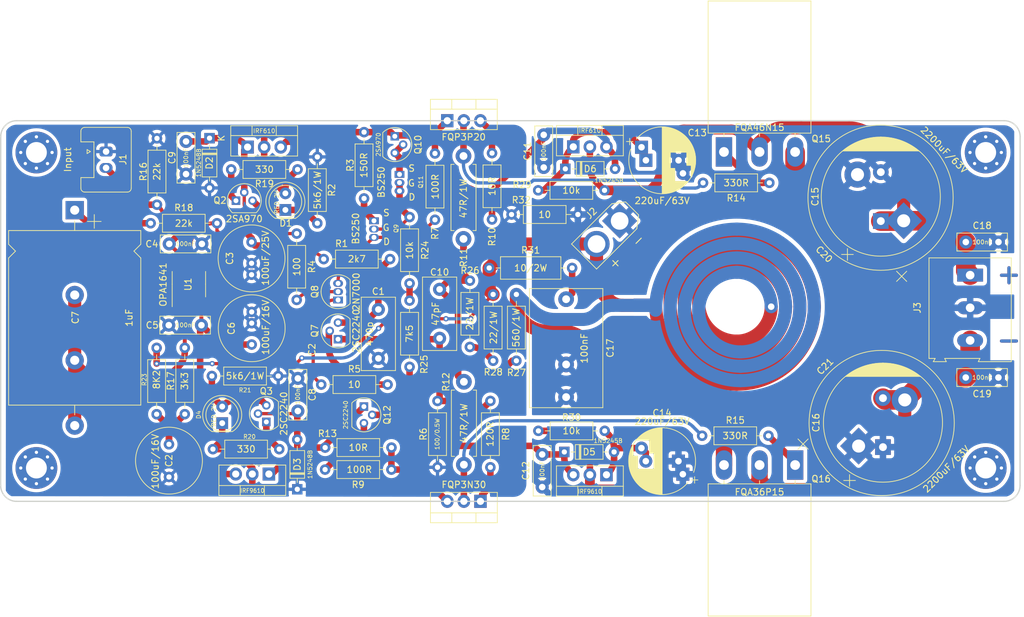
<source format=kicad_pcb>
(kicad_pcb (version 20210424) (generator pcbnew)
  (title_block (title "QUAD405 Reborn") (date "2021-04-15") (rev "17"))
  (layers (0 "F.Cu" signal) (31 "B.Cu" signal) (34 "B.Paste" user) (35 "F.Paste" user) (36 "B.SilkS" user "B.Silkscreen") (37 "F.SilkS" user "F.Silkscreen") (38 "B.Mask" user) (39 "F.Mask" user) (44 "Edge.Cuts" user))
  (net 0 "")
  (net 1 "GND")
  (net 2 "Net-(C1-Pad1)")
  (net 3 "Net-(C2-Pad1)")
  (net 4 "Net-(C3-Pad1)")
  (net 5 "Net-(C5-Pad2)")
  (net 6 "Net-(C7-Pad1)")
  (net 7 "Net-(C7-Pad2)")
  (net 8 "Net-(C8-Pad2)")
  (net 9 "Net-(C9-Pad2)")
  (net 10 "Net-(C10-Pad2)")
  (net 11 "Net-(C10-Pad1)")
  (net 12 "Net-(C11-Pad2)")
  (net 13 "GNDPWR")
  (net 14 "Net-(C12-Pad2)")
  (net 15 "Net-(C13-Pad1)")
  (net 16 "Net-(C14-Pad2)")
  (net 17 "Net-(C15-Pad1)")
  (net 18 "Net-(C16-Pad2)")
  (net 19 "Net-(C17-Pad1)")
  (net 20 "Net-(D1-Pad1)")
  (net 21 "Net-(D4-Pad2)")
  (net 22 "Net-(L1-Pad2)")
  (net 23 "Net-(J2-Pad2)")
  (net 24 "Net-(Q2-Pad1)")
  (net 25 "Net-(Q3-Pad1)")
  (net 26 "Net-(Q8-Pad2)")
  (net 27 "Net-(Q5-Pad3)")
  (net 28 "Net-(Q5-Pad2)")
  (net 29 "Net-(Q5-Pad1)")
  (net 30 "Net-(Q6-Pad3)")
  (net 31 "Net-(Q6-Pad2)")
  (net 32 "Net-(Q6-Pad1)")
  (net 33 "Net-(Q15-Pad1)")
  (net 34 "Net-(Q16-Pad1)")
  (net 35 "Net-(R1-Pad1)")
  (net 36 "Net-(J1-Pad2)")
  (net 37 "Net-(R24-Pad2)")
  (net 38 "Net-(R26-Pad2)")
  (net 39 "Net-(Q8-Pad1)")
  (net 40 "Net-(Q7-Pad2)")
  (net 41 "Net-(Q10-Pad2)")
  (net 42 "Net-(Q12-Pad2)")
  (net 43 "Net-(Q12-Pad3)")
  (net 44 "Net-(Q8-Pad3)")
  (net 45 "Net-(Q11-Pad2)")
  (net 46 "Net-(Q9-Pad1)")
  (footprint "Resistor_THT:R_Axial_DIN0411_L9.9mm_D3.6mm_P12.70mm_Horizontal" (layer "F.Cu") (at 144.47 107.56 -90)
    (fp_text reference "R12")
    (fp_text value "47R/1W")
  )
  (footprint "MountingHole:MountingHole_3.2mm_M3_Pad_Via" (layer "F.Cu") (at 78.994 120.77)
    (fp_text reference "H1" hide)
    (fp_text value "MountingHole" hide)
  )
  (footprint "MountingHole:MountingHole_3.2mm_M3_Pad_Via" (layer "F.Cu") (at 224.392781 72.44)
    (fp_text reference "H1" hide)
    (fp_text value "MountingHole" hide)
  )
  (footprint "Resistor_THT:R_Axial_DIN0207_L6.3mm_D2.5mm_P10.16mm_Horizontal" (layer "F.Cu") (at 166.01 78.24 180)
    (fp_text reference "R29")
    (fp_text value "10k")
  )
  (footprint "Package_TO_SOT_THT:TO-220-3_Vertical" (layer "F.Cu") (at 111.34 71.615)
    (fp_text reference "Q1" hide)
    (fp_text value "IRF610")
  )
  (footprint "Resistor_THT:R_Axial_DIN0207_L6.3mm_D2.5mm_P10.16mm_Horizontal" (layer "F.Cu") (at 152.51 104.34 90)
    (fp_text reference "R27")
    (fp_text value "560/1W")
  )
  (footprint "Capacitor_THT:C_Disc_D7.5mm_W2.5mm_P5.00mm" (layer "F.Cu") (at 101.91 75.75 90)
    (fp_text reference "C9")
    (fp_text value "100nF")
  )
  (footprint "Resistor_THT:R_Axial_DIN0207_L6.3mm_D2.5mm_P10.16mm_Horizontal" (layer "F.Cu") (at 148.53 110.5 -90)
    (fp_text reference "R8")
    (fp_text value "120R")
  )
  (footprint "Package_TO_SOT_THT:TO-220-3_Vertical" (layer "F.Cu") (at 166.310083 121.805 180)
    (fp_text reference "Q14" hide)
    (fp_text value "IRF9610")
  )
  (footprint "Resistor_THT:R_Axial_DIN0207_L6.3mm_D2.5mm_P10.16mm_Horizontal" (layer "F.Cu") (at 140.04 82.75 90)
    (fp_text reference "R7")
    (fp_text value "100R")
  )
  (footprint "Resistor_THT:R_Axial_DIN0207_L6.3mm_D2.5mm_P10.16mm_Horizontal" (layer "F.Cu") (at 145.39 92.07 -90)
    (fp_text reference "R26")
    (fp_text value "22/1W")
  )
  (footprint "Resistor_THT:R_Axial_DIN0207_L6.3mm_D2.5mm_P10.16mm_Horizontal" (layer "F.Cu") (at 148.78 82.7 90)
    (fp_text reference "R10")
    (fp_text value "10R")
  )
  (footprint "Capacitor_THT:CP_Radial_D10.0mm_P5.00mm_P7.50mm" (layer "F.Cu") (at 172.35 73.64)
    (fp_text reference "C13")
    (fp_text value "220uF/63V")
  )
  (footprint "Package_TO_SOT_THT:TO-220-3_Vertical" (layer "F.Cu") (at 141.924 67.57)
    (fp_text reference "Q5" hide)
    (fp_text value "FQP3P20")
  )
  (footprint "MountingHole:MountingHole_3.2mm_M3_Pad_Via" (layer "F.Cu") (at 224.402781 120.77)
    (fp_text reference "H1" hide)
    (fp_text value "MountingHole" hide)
  )
  (footprint "Diode_THT:D_DO-35_SOD27_P7.62mm_Horizontal" (layer "F.Cu") (at 159.855406 118.31)
    (fp_text reference "D5")
    (fp_text value "1N5245B")
  )
  (footprint "Capacitor_THT:C_Disc_D11.0mm_W5.0mm_P7.50mm" (layer "F.Cu") (at 131.37 96.48 -90)
    (fp_text reference "C1")
    (fp_text value "470p")
  )
  (footprint "Package_TO_SOT_THT:TO-220-3_Vertical" (layer "F.Cu") (at 161.23 71.575)
    (fp_text reference "Q13" hide)
    (fp_text value "IRF610")
  )
  (footprint "Package_TO_SOT_THT:TO-92" (layer "F.Cu") (at 133.89 69.96 -90)
    (fp_text reference "Q10")
    (fp_text value "2SA970")
  )
  (footprint "Resistor_THT:R_Axial_DIN0207_L6.3mm_D2.5mm_P10.16mm_Horizontal" (layer "F.Cu") (at 122.62 107.99)
    (fp_text reference "R5")
    (fp_text value "10")
  )
  (footprint "Resistor_THT:R_Axial_DIN0207_L6.3mm_D2.5mm_P10.16mm_Horizontal" (layer "F.Cu") (at 96.49 83.28)
    (fp_text reference "R18")
    (fp_text value "22k")
  )
  (footprint "Connector_AMASS:AMASS_XT30U-F_1x02_P5.0mm_Vertical" (layer "F.Cu") (at 168.327387 82.922614 -135)
    (fp_text reference "J2")
    (fp_text value "Screw_Terminal_01x02" hide)
  )
  (footprint "Resistor_THT:R_Axial_DIN0207_L6.3mm_D2.5mm_P10.16mm_Horizontal" (layer "F.Cu") (at 136.15 82.33 -90)
    (fp_text reference "R24")
    (fp_text value "10k")
  )
  (footprint "Diode_THT:D_DO-35_SOD27_P7.62mm_Horizontal" (layer "F.Cu") (at 160.01 74.95)
    (fp_text reference "D6")
    (fp_text value "1N5245B")
  )
  (footprint "Resistor_THT:R_Axial_DIN0207_L6.3mm_D2.5mm_P10.16mm_Horizontal" (layer "F.Cu") (at 97.41 112.53 90)
    (fp_text reference "R23")
    (fp_text value "8K2")
  )
  (footprint "Capacitor_THT:C_Disc_D7.5mm_W2.5mm_P5.00mm" (layer "F.Cu") (at 226.352781 86.16 180)
    (fp_text reference "C18")
    (fp_text value "100nF")
  )
  (footprint "Package_TO_SOT_THT:TO-92" (layer "F.Cu") (at 129.1575 111.36 -90)
    (fp_text reference "Q12")
    (fp_text value "2SC2240")
  )
  (footprint "Resistor_THT:R_Axial_DIN0207_L6.3mm_D2.5mm_P10.16mm_Horizontal" (layer "F.Cu") (at 133.38 117.64 180)
    (fp_text reference "R13")
    (fp_text value "10R")
  )
  (footprint "Resistor_THT:R_Axial_DIN0207_L6.3mm_D2.5mm_P10.16mm_Horizontal" (layer "F.Cu") (at 101.72 112.52 90)
    (fp_text reference "R17")
    (fp_text value "3k3")
  )
  (footprint "Capacitor_THT:C_Disc_D7.5mm_W2.5mm_P5.00mm" (layer "F.Cu") (at 156.7 74.74 90)
    (fp_text reference "C11")
    (fp_text value "100nF")
  )
  (footprint "L:L_new" (layer "F.Cu") (at 186.24 96.06 180)
    (fp_text reference "L1" hide)
    (fp_text value "1u2" hide)
  )
  (footprint "LED_THT:LED_D5.0mm_Clear" (layer "F.Cu") (at 117.13 81.24 90)
    (fp_text reference "D1")
    (fp_text value "RED 2V")
  )
  (footprint "Resistor_THT:R_Axial_DIN0207_L6.3mm_D2.5mm_P10.16mm_Horizontal" (layer "F.Cu") (at 136.15 95.12 -90)
    (fp_text reference "R25")
    (fp_text value "7k5")
  )
  (footprint "Package_TO_SOT_THT:TO-92L_Inline" (layer "F.Cu") (at 134.61 75.79 -90)
    (fp_text reference "Q11")
    (fp_text value "BS250")
  )
  (footprint "Resistor_THT:R_Axial_DIN0207_L6.3mm_D2.5mm_P10.16mm_Horizontal" (layer "F.Cu") (at 105.872437 106.68)
    (fp_text reference "R21")
    (fp_text value "5k6/1W")
  )
  (footprint "MountingHole:MountingHole_3.2mm_M3_Pad_Via" (layer "F.Cu") (at 78.994 72.44)
    (fp_text reference "H1" hide)
    (fp_text value "MountingHole" hide)
  )
  (footprint "Capacitor_THT:C_Radial_D10.0mm_H12.5mm_P5.00mm" (layer "F.Cu") (at 99.3 117.14 -90)
    (fp_text reference "C2")
    (fp_text value "100uF/16V")
  )
  (footprint "Diode_THT:D_DO-35_SOD27_P7.62mm_Horizontal" (layer "F.Cu") (at 118.95 124.03 90)
    (fp_text reference "D3")
    (fp_text value "1N5248B")
  )
  (footprint "Resistor_THT:R_Axial_DIN0207_L6.3mm_D2.5mm_P10.16mm_Horizontal" (layer "F.Cu") (at 181.1 77.09)
    (fp_text reference "R14")
    (fp_text value "330R")
  )
  (footprint "Package_TO_SOT_THT:TO-92L_Inline" (layer "F.Cu") (at 130.7 82.9 -90)
    (fp_text reference "Q9")
    (fp_text value "BS250")
  )
  (footprint "Package_TO_SOT_THT:TO-92" (layer "F.Cu") (at 109.56 79.82)
    (fp_text reference "Q2")
    (fp_text value "2SA970")
  )
  (footprint "Capacitor_THT:CP_Radial_D18.0mm_P7.50mm" (layer "F.Cu") (at 208.66 117.57 90)
    (fp_text reference "C16")
    (fp_text value "2200uF/63V" hide)
  )
  (footprint "Capacitor_THT:CP_Radial_D22.0mm_P10.00mm_SnapIn" (layer "F.Cu") (at 211.83 82.9 135)
    (fp_text reference "C20")
    (fp_text value "2200uF/63V")
  )
  (footprint "Capacitor_THT:CP_Axial_L26.5mm_D20.0mm_P33.00mm_Horizontal" (layer "F.Cu") (at 84.859563 81.27 -90)
    (fp_text reference "C7")
    (fp_text value "1uF")
  )
  (footprint "Package_TO_SOT_THT:TO-220-3_Vertical" (layer "F.Cu") (at 147.01 125.875 180)
    (fp_text reference "Q6" hide)
    (fp_text value "FQP3N30")
  )
  (footprint "Capacitor_THT:C_Disc_D11.0mm_W5.0mm_P7.50mm" (layer "F.Cu") (at 140.75 93.4 -90)
    (fp_text reference "C10")
    (fp_text value "47pF")
  )
  (footprint "Resistor_THT:R_Axial_DIN0207_L6.3mm_D2.5mm_P10.16mm_Horizontal" (layer "F.Cu") (at 122.02 83.28 90)
    (fp_text reference "R2")
    (fp_text value "5k6/1W")
  )
  (footprint "Package_TO_SOT_THT:TO-92" (layer "F.Cu") (at 125.1925 101.04 90)
    (fp_text reference "Q7")
    (fp_text value "2SC2240")
  )
  (footprint "Package_TO_SOT_THT:TO-92" (layer "F.Cu") (at 114.2125 113.71 90)
    (fp_text reference "Q3")
    (fp_text value "2SC2240")
  )
  (footprint "Resistor_THT:R_Axial_DIN0207_L6.3mm_D2.5mm_P10.16mm_Horizontal" (layer "F.Cu") (at 123.21 121.01)
    (fp_text reference "R9")
    (fp_text value "100R")
  )
  (footprint "Capacitor_THT:C_Rect_L18.0mm_W11.0mm_P15.00mm_FKS3_FKP3" (layer "F.Cu") (at 160.13 94.91 -90)
    (fp_text reference "C17")
    (fp_text value "100nF")
  )
  (footprint "Resistor_THT:R_Axial_DIN0207_L6.3mm_D2.5mm_P10.16mm_Horizontal" (layer "F.Cu") (at 148.95 104.34 90)
    (fp_text reference "R28")
    (fp_text value "22/1W")
  )
  (footprint "Package_SO:SOIC-8_3.9x4.9mm_P1.27mm" (layer "F.Cu") (at 102.354 92.612 90)
    (fp_text reference "U1")
    (fp_text value "OPA1641")
  )
  (footprint "Resistor_THT:R_Axial_DIN0207_L6.3mm_D2.5mm_P10.16mm_Horizontal" (layer "F.Cu") (at 118.86 84.86 -90)
    (fp_text reference "R4")
    (fp_text value "100")
  )
  (footprint "Resistor_THT:R_Axial_DIN0207_L6.3mm_D2.5mm_P10.16mm_Horizontal" (layer "F.Cu") (at 180.96 115.83)
    (fp_text reference "R15")
    (fp_text value "330R")
  )
  (footprint "TerminalBlock:TerminalBlock_Altech_AK300-3_P5.00mm" (layer "F.Cu") (at 222.012781 91.23 -90)
    (fp_text reference "J3")
    (fp_text value "Screw_Terminal_01x03" hide)
  )
  (footprint "Package_TO_SOT_THT:TO-220-3_Vertical" (layer "F.Cu") (at 114.602437 121.695 180)
    (fp_text reference "Q4" hide)
    (fp_text value "IRF9610")
  )
  (footprint "Resistor_THT:R_Axial_DIN0207_L6.3mm_D2.5mm_P10.16mm_Horizontal" (layer "F.Cu") (at 106.03 117.88)
    (fp_text reference "R20")
    (fp_text value "330")
  )
  (footprint "Package_TO_SOT_THT:TO-3P-3_Horizontal_TabDown" (layer "F.Cu") (at 184.306 72.36)
    (fp_text reference "Q15")
    (fp_text value "FQA46N15")
  )
  (footprint "Capacitor_THT:C_Radial_D10.0mm_H12.5mm_P5.00mm" (layer "F.Cu") (at 111.97 96.86 -90)
    (fp_text reference "C6")
    (fp_text value "100uF/16V")
  )
  (footprint "Capacitor_THT:C_Disc_D7.5mm_W2.5mm_P5.00mm" (layer "F.Cu") (at 104.34 86.444 180)
    (fp_text reference "C4")
    (fp_text value "100nF")
  )
  (footprint "Resistor_THT:R_Axial_DIN0411_L9.9mm_D3.6mm_P12.70mm_Horizontal" (layer "F.Cu") (at 144.41 72.98 -90)
    (fp_text reference "R11")
    (fp_text value "47R/1W")
  )
  (footprint "Connector_Stocko:Stocko_MKS_1651-6-0-202_1x2_P2.50mm_Vertical" (layer "F.Cu") (at 89.662 72.3 -90)
    (fp_text reference "J1")
    (fp_text value "Input")
  )
  (footprint "Resistor_THT:R_Axial_DIN0207_L6.3mm_D2.5mm_P10.16mm_Horizontal" (layer "F.Cu") (at 140.43 110.5 -90)
    (fp_text reference "R6")
    (fp_text value "100/0.5W")
  )
  (footprint "Resistor_THT:R_Axial_DIN0309_L9.0mm_D3.2mm_P12.70mm_Horizontal" (layer "F.Cu") (at 148.35 90.13)
    (fp_text reference "R31")
    (fp_text value "10/2W")
  )
  (footprint "Capacitor_THT:C_Disc_D7.5mm_W2.5mm_P5.00mm" (layer "F.Cu") (at 119.04 107.04 -90)
    (fp_text reference "C8")
    (fp_text value "100nF")
  )
  (footprint "Capacitor_THT:CP_Radial_D22.0mm_P10.00mm_SnapIn" (layer "F.Cu") (at 204.928932 117.408848 45)
    (fp_text reference "C21")
    (fp_text value "2200uF/63V")
  )
  (footprint "Capacitor_THT:C_Disc_D7.5mm_W2.5mm_P5.00mm" (layer "F.Cu") (at 156.462708 123.69 90)
    (fp_text reference "C12")
    (fp_text value "100nF")
  )
  (footprint "Capacitor_THT:C_Disc_D7.5mm_W2.5mm_P5.00mm" (layer "F.Cu") (at 221.342781 106.91)
    (fp_text reference "C19")
    (fp_text value "100nF")
  )
  (footprint "Capacitor_THT:C_Disc_D7.5mm_W2.5mm_P5.00mm" (layer "F.Cu") (at 99.27 98.89)
    (fp_text reference "C5")
    (fp_text value "100nF")
  )
  (footprint "Package_TO_SOT_THT:TO-92_Inline" (layer "F.Cu") (at 125.2 95.03 90)
    (fp_text reference "Q8")
    (fp_text value "2N7000")
  )
  (footprint "Resistor_THT:R_Axial_DIN0207_L6.3mm_D2.5mm_P10.16mm_Horizontal" (layer "F.Cu") (at 166.04 115.08 180)
    (fp_text reference "R30")
    (fp_text value "10k")
  )
  (footprint "Resistor_THT:R_Axial_DIN0207_L6.3mm_D2.5mm_P10.16mm_Horizontal" (layer "F.Cu") (at 151.77 81.94)
    (fp_text reference "R32")
    (fp_text value "10")
  )
  (footprint "Resistor_THT:R_Axial_DIN0207_L6.3mm_D2.5mm_P10.16mm_Horizontal" (layer "F.Cu") (at 123 88.77)
    (fp_text reference "R1")
    (fp_text value "2k7")
  )
  (footprint "Capacitor_THT:CP_Radial_D10.0mm_P5.00mm_P7.50mm" (layer "F.Cu") (at 177.335385 119.72 180)
    (fp_text reference "C14")
    (fp_text value "220uF/63V")
  )
  (footprint "LED_THT:LED_D5.0mm_Clear" (layer "F.Cu") (at 107.452437 113.9 90)
    (fp_text reference "D4")
    (fp_text value "RED 2V")
  )
  (footprint "Capacitor_THT:CP_Radial_D18.0mm_P7.50mm" (layer "F.Cu") (at 208.33 82.95 90)
    (fp_text reference "C15")
    (fp_text value "2200uF/63V" hide)
  )
  (footprint "Diode_THT:D_DO-35_SOD27_P7.62mm_Horizontal" (layer "F.Cu") (at 105.51 70.25 -90)
    (fp_text reference "D2")
    (fp_text value "1N5248B")
  )
  (footprint "Capacitor_THT:C_Radial_D10.0mm_H12.5mm_P5.00mm" (layer "F.Cu") (at 111.95 86.16 -90)
    (fp_text reference "C3")
    (fp_text value "100uF/25V")
  )
  (footprint "Resistor_THT:R_Axial_DIN0207_L6.3mm_D2.5mm_P10.16mm_Horizontal" (layer "F.Cu") (at 118.99 75.04 180)
    (fp_text reference "R19")
    (fp_text value "330")
  )
  (footprint "Resistor_THT:R_Axial_DIN0207_L6.3mm_D2.5mm_P10.16mm_Horizontal" (layer "F.Cu") (at 129.18 69.3225 -90)
    (fp_text reference "R3")
    (fp_text value "150R")
  )
  (footprint "Package_TO_SOT_THT:TO-3P-3_Horizontal_TabDown" (layer "F.Cu") (at 195.21 120.315 180)
    (fp_text reference "Q16")
    (fp_text value "FQA36P15")
  )
  (footprint "Resistor_THT:R_Axial_DIN0207_L6.3mm_D2.5mm_P10.16mm_Horizontal" (layer "F.Cu") (at 97.46 70.28 -90)
    (fp_text reference "R16")
    (fp_text value "22k")
  )
  (gr_line (start 75.98 67.57) (end 227.22 67.57) (layer "Edge.Cuts") (width 0.2))
  (gr_arc (start 227.22 70.019999) (end 227.22 67.57) (angle 90) (layer "Edge.Cuts") (width 0.2))
  (gr_line (start 229.67 70.02) (end 229.657588 123.427589) (layer "Edge.Cuts") (width 0.2))
  (gr_line (start 75.967588 125.877589) (end 227.207589 125.877588) (layer "Edge.Cuts") (width 0.2))
  (gr_arc (start 75.967588 123.427589) (end 75.967588 125.877589) (angle 90) (layer "Edge.Cuts") (width 0.2))
  (gr_line (start 73.53 70.02) (end 73.517588 123.427589) (layer "Edge.Cuts") (width 0.2))
  (gr_arc (start 227.207589 123.427589) (end 229.657588 123.427589) (angle 90) (layer "Edge.Cuts") (width 0.2))
  (gr_arc (start 75.979999 70.02) (end 73.53 70.02) (angle 90) (layer "Edge.Cuts") (width 0.2))
  (gr_text "QUAD405 Audiophile\nby Tiberiu Vicol" (at 78.59 97.45 90) (layer "F.Cu") (effects (font (size 1.5 1.5) (thickness 0.3))))
  (gr_text "-" (at 227.96 101.1) (layer "F.Cu") (effects (font (size 3 3) (thickness 0.5))))
  (gr_text "version 1.3" (at 90.09 96.74 90) (layer "F.Cu") (effects (font (size 1 1) (thickness 0.2))))
  (gr_text "+" (at 227.96 91.03) (layer "F.Cu") (effects (font (size 3 3) (thickness 0.5))))
  (gr_text "-" (at 227.96 101.1) (layer "B.Cu") (effects (font (size 3 3) (thickness 0.5))))
  (gr_text "+" (at 227.96 91.03) (layer "B.Cu") (effects (font (size 3 3) (thickness 0.5))))
  (gr_text "G" (at 132.56 83.95) (layer "F.SilkS") (effects (font (size 1 1))))
  (gr_text "D" (at 136.51 79.28) (layer "F.SilkS") (effects (font (size 1 1))))
  (gr_text "S" (at 136.47 74.87) (layer "F.SilkS") (effects (font (size 1 1))))
  (gr_text "G" (at 136.43 77.13) (layer "F.SilkS") (effects (font (size 1 1))))
  (gr_text "S" (at 132.6 81.69) (layer "F.SilkS") (effects (font (size 1 1))))
  (gr_text "D" (at 132.63 86.1) (layer "F.SilkS") (effects (font (size 1 1))))
  (segment (start 132.24868 89.68132) (end 133.16 88.77) (width 1) (layer "F.Cu") (net 2))
  (segment (start 125.1925 98.5) (end 128.107359 98.5) (width 1) (layer "F.Cu") (net 2))
  (segment (start 130.22868 97.62132) (end 131.37 96.48) (width 1) (layer "F.Cu") (net 2))
  (segment (start 131.37 96.48) (end 131.37 91.802641) (width 1) (layer "F.Cu") (net 2))
  (arc (start 128.107359 98.5) (mid 129.25541 98.271638) (end 130.22868 97.62132) (width 1) (layer "F.Cu") (net 2))
  (arc (start 132.24868 89.68132) (mid 131.598361 90.65459) (end 131.37 91.802641) (width 1) (layer "F.Cu") (net 2))
  (segment (start 99.885787 114.354213) (end 101.72 112.52) (width 1) (layer "F.Cu") (net 3))
  (segment (start 99.3 117.14) (end 99.3 115.768427) (width 1) (layer "F.Cu") (net 3))
  (segment (start 99.3 117.14) (end 99.3 115.248427) (width 1) (layer "F.Cu") (net 3))
  (segment (start 98.714213 113.834213) (end 97.41 112.53) (width 1) (layer "F.Cu") (net 3))
  (arc (start 99.3 115.248427) (mid 99.147759 114.48306) (end 98.714213 113.834213) (width 1) (layer "F.Cu") (net 3))
  (arc (start 99.885787 114.354213) (mid 99.452241 115.00306) (end 99.3 115.768427) (width 1) (layer "F.Cu") (net 3))
  (segment (start 101.719 90.137) (end 101.719 88.823) (width 0.6) (layer "F.Cu") (net 4))
  (segment (start 101.719 88.823) (end 99.34 86.444) (width 0.6) (layer "F.Cu") (net 4))
  (segment (start 107.426367 81.296051) (end 107.729726 81.442141) (width 1) (layer "F.Cu") (net 4))
  (segment (start 107.108558 81.184845) (end 107.426367 81.296051) (width 1) (layer "F.Cu") (net 4))
  (segment (start 99.34 86.444) (end 103.835321 81.948679) (width 1) (layer "F.Cu") (net 4))
  (segment (start 124.25132 71.86132) (end 124.058679 71.668679) (width 1) (layer "F.Cu") (net 4))
  (segment (start 107.729726 81.442141) (end 108.01482 81.621278) (width 1) (layer "F.Cu") (net 4))
  (segment (start 122.82868 85.81132) (end 124.251321 84.388679) (width 1) (layer "F.Cu") (net 4))
  (segment (start 112.48 86.69) (end 111.95 86.16) (width 1) (layer "F.Cu") (net 4))
  (segment (start 111.95 85.556458) (end 111.95 86.16) (width 1) (layer "F.Cu") (net 4))
  (segment (start 125.13 82.267359) (end 125.13 73.982641) (width 1) (layer "F.Cu") (net 4))
  (segment (start 106.445711 81.072223) (end 106.780297 81.109922) (width 1) (layer "F.Cu") (net 4))
  (segment (start 105.956641 81.07) (end 106.277359 81.07) (width 1) (layer "F.Cu") (net 4))
  (segment (start 106.277359 81.07) (end 106.445711 81.072223) (width 1) (layer "F.Cu") (net 4))
  (segment (start 108.01482 81.621278) (end 111.95 85.556458) (width 1) (layer "F.Cu") (net 4))
  (segment (start 121.937359 70.79) (end 117.245 70.79) (width 1) (layer "F.Cu") (net 4))
  (segment (start 117.245 70.79) (end 116.42 71.615) (width 1) (layer "F.Cu") (net 4))
  (segment (start 120.707359 86.69) (end 112.48 86.69) (width 1) (layer "F.Cu") (net 4))
  (segment (start 106.780297 81.109922) (end 107.108558 81.184845) (width 1) (layer "F.Cu") (net 4))
  (arc (start 124.25132 71.86132) (mid 124.901639 72.83459) (end 125.13 73.982641) (width 1) (layer "F.Cu") (net 4))
  (arc (start 103.835321 81.948679) (mid 104.808591 81.298361) (end 105.956641 81.07) (width 1) (layer "F.Cu") (net 4))
  (arc (start 120.707359 86.69) (mid 121.85541 86.461638) (end 122.82868 85.81132) (width 1) (layer "F.Cu") (net 4))
  (arc (start 124.058679 71.668679) (mid 123.085409 71.018361) (end 121.937359 70.79) (width 1) (layer "F.Cu") (net 4))
  (arc (start 124.251321 84.388679) (mid 124.901639 83.415409) (end 125.13 82.267359) (width 1) (layer "F.Cu") (net 4))
  (segment (start 105.82632 120.81632) (end 104.951105 119.941105) (width 1) (layer "F.Cu") (net 5))
  (segment (start 104.259 95.087) (end 104.259 98.879) (width 0.6) (layer "F.Cu") (net 5))
  (segment (start 108.482641 101.86) (end 111.97 101.86) (width 1) (layer "F.Cu") (net 5))
  (segment (start 106.36132 100.98132) (end 104.27 98.89) (width 1) (layer "F.Cu") (net 5))
  (segment (start 104.072426 117.819785) (end 104.072426 99.087574) (width 1) (layer "F.Cu") (net 5))
  (segment (start 109.522437 121.695) (end 107.947641 121.695) (width 1) (layer "F.Cu") (net 5))
  (segment (start 104.259 98.879) (end 104.27 98.89) (width 0.6) (layer "F.Cu") (net 5))
  (segment (start 104.072426 99.087574) (end 104.27 98.89) (width 1) (layer "F.Cu") (net 5))
  (arc (start 108.482641 101.86) (mid 107.33459 101.631638) (end 106.36132 100.98132) (width 1) (layer "F.Cu") (net 5))
  (arc (start 105.82632 120.81632) (mid 106.79959 121.466639) (end 107.947641 121.695) (width 1) (layer "F.Cu") (net 5))
  (arc (start 104.951105 119.941105) (mid 104.300787 118.967835) (end 104.072426 117.819785) (width 1) (layer "F.Cu") (net 5))
  (segment (start 88.112204 83.28) (end 96.49 83.28) (width 1) (layer "F.Cu") (net 6))
  (segment (start 84.859563 81.27) (end 85.990884 82.401321) (width 1) (layer "F.Cu") (net 6))
  (arc (start 88.112204 83.28) (mid 86.964154 83.051639) (end 85.990884 82.401321) (width 1) (layer "F.Cu") (net 6))
  (segment (start 88.992204 107.16) (end 97.567359 107.16) (width 1) (layer "F.Cu") (net 7))
  (segment (start 101.719 95.087) (end 101.719 102.359) (width 0.6) (layer "F.Cu") (net 7))
  (segment (start 84.859563 104.27) (end 86.870884 106.281321) (width 1) (layer "F.Cu") (net 7))
  (segment (start 99.68868 106.28132) (end 100.841321 105.128679) (width 1) (layer "F.Cu") (net 7))
  (segment (start 84.859563 104.27) (end 84.859563 114.27) (width 2) (layer "F.Cu") (net 7))
  (segment (start 101.719 102.359) (end 101.72 102.36) (width 0.6) (layer "F.Cu") (net 7))
  (segment (start 101.72 103.007359) (end 101.72 102.36) (width 1) (layer "F.Cu") (net 7))
  (segment (start 84.859563 94.27) (end 84.859563 104.27) (width 2) (layer "F.Cu") (net 7))
  (arc (start 88.992204 107.16) (mid 87.844154 106.931639) (end 86.870884 106.281321) (width 1) (layer "F.Cu") (net 7))
  (arc (start 97.567359 107.16) (mid 98.71541 106.931638) (end 99.68868 106.28132) (width 1) (layer "F.Cu") (net 7))
  (arc (start 100.841321 105.128679) (mid 101.491639 104.155409) (end 101.72 103.007359) (width 1) (layer "F.Cu") (net 7))
  (segment (start 118.64 112.44) (end 119.04 112.04) (width 0.5) (layer "F.Cu") (net 8))
  (segment (start 118.95 117.784017) (end 115.039017 121.695) (width 1) (layer "F.Cu") (net 8))
  (segment (start 118.95 112.13) (end 119.04 112.04) (width 1) (layer "F.Cu") (net 8))
  (segment (start 118.65 112.43) (end 119.04 112.04) (width 1) (layer "F.Cu") (net 8))
  (segment (start 118.95 116.41) (end 118.95 117.784017) (width 1) (layer "F.Cu") (net 8))
  (segment (start 118.95 116.41) (end 118.95 112.13) (width 1) (layer "F.Cu") (net 8))
  (segment (start 112.9425 112.44) (end 118.64 112.44) (width 0.5) (layer "F.Cu") (net 8))
  (segment (start 115.039017 121.695) (end 114.602437 121.695) (width 1) (layer "F.Cu") (net 8))
  (segment (start 110.83 72.125) (end 111.34 71.615) (width 1) (layer "F.Cu") (net 9))
  (segment (start 111.70868 82.36868) (end 113.321321 83.981321) (width 0.5) (layer "F.Cu") (net 9))
  (segment (start 101.91 70.75) (end 105.01 70.75) (width 1) (layer "F.Cu") (net 9))
  (segment (start 105.51 70.25) (end 108.732359 70.25) (width 1) (layer "F.Cu") (net 9))
  (segment (start 105.01 70.75) (end 105.51 70.25) (width 1) (layer "F.Cu") (net 9))
  (segment (start 110.85368 71.12868) (end 111.34 71.615) (width 1) (layer "F.Cu") (net 9))
  (segment (start 110.83 78.55) (end 110.83 72.125) (width 1) (layer "F.Cu") (net 9))
  (segment (start 110.83 78.55) (end 110.83 80.247359) (width 0.5) (layer "F.Cu") (net 9))
  (segment (start 115.442641 84.86) (end 118.86 84.86) (width 0.5) (layer "F.Cu") (net 9))
  (arc (start 111.70868 82.36868) (mid 111.058361 81.39541) (end 110.83 80.247359) (width 0.5) (layer "F.Cu") (net 9))
  (arc (start 113.321321 83.981321) (mid 114.294591 84.631639) (end 115.442641 84.86) (width 0.5) (layer "F.Cu") (net 9))
  (arc (start 108.732359 70.25) (mid 109.88041 70.478362) (end 110.85368 71.12868) (width 1) (layer "F.Cu") (net 9))
  (segment (start 151.88 104.34) (end 146.598679 109.621321) (width 1) (layer "F.Cu") (net 10))
  (segment (start 152.51 104.34) (end 151.88 104.34) (width 1) (layer "F.Cu") (net 10))
  (segment (start 144.477359 110.5) (end 140.43 110.5) (width 1) (layer "F.Cu") (net 10))
  (segment (start 140.75 110.18) (end 140.43 110.5) (width 1) (layer "F.Cu") (net 10))
  (segment (start 125.1925 101.04) (end 140.61 101.04) (width 1) (layer "F.Cu") (net 10))
  (segment (start 140.75 100.9) (end 140.75 110.18) (width 1) (layer "F.Cu") (net 10))
  (segment (start 140.61 101.04) (end 140.75 100.9) (width 1) (layer "F.Cu") (net 10))
  (arc (start 144.477359 110.5) (mid 145.625409 110.271639) (end 146.598679 109.621321) (width 1) (layer "F.Cu") (net 10))
  (segment (start 143.59 97.482641) (end 143.59 106.68) (width 1) (layer "F.Cu") (net 11))
  (segment (start 144.41 90.675786) (end 144.41 85.68) (width 1) (layer "F.Cu") (net 11))
  (segment (start 144.41 88.602) (end 144.41 85.68) (width 1) (layer "F.Cu") (net 11))
  (segment (start 140.75 93.4) (end 142.711321 95.361321) (width 1) (layer "F.Cu") (net 11))
  (segment (start 143.59 106.68) (end 144.47 107.56) (width 1) (layer "F.Cu") (net 11))
  (segment (start 141.787107 92.362893) (end 140.75 93.4) (width 1) (layer "F.Cu") (net 11))
  (segment (start 145.39 92.07) (end 142.494214 92.07) (width 1) (layer "F.Cu") (net 11))
  (segment (start 145.39 92.07) (end 144.702893 91.382893) (width 1) (layer "F.Cu") (net 11))
  (arc (start 144.702893 91.382893) (mid 144.48612 91.05847) (end 144.41 90.675786) (width 1) (layer "F.Cu") (net 11))
  (arc (start 143.59 97.482641) (mid 143.361639 96.334591) (end 142.711321 95.361321) (width 1) (layer "F.Cu") (net 11))
  (arc (start 141.787107 92.362893) (mid 142.11153 92.14612) (end 142.494214 92.07) (width 1) (layer "F.Cu") (net 11))
  (segment (start 114.941714 69.3225) (end 129.18 69.3225) (width 1) (layer "F.Cu") (net 12))
  (segment (start 166.75132 72.01632) (end 166.31 71.575) (width 1) (layer "F.Cu") (net 12))
  (segment (start 117.13 78.7) (end 117.13 78.142641) (width 1) (layer "F.Cu") (net 12))
  (segment (start 133.89 69.96) (end 134.019511 69.830489) (width 1) (layer "F.Cu") (net 12))
  (segment (start 113.88 71.615) (end 113.88 71.34622) (width 1) (layer "F.Cu") (net 12))
  (segment (start 114.172893 69.677107) (end 114.234607 69.615393) (width 1) (layer "F.Cu") (net 12))
  (segment (start 142.018427 77.795786) (end 144.393145 77.795786) (width 1) (layer "F.Cu") (net 12))
  (segment (start 134.019511 69.830489) (end 135.976275 69.830489) (width 1) (layer "F.Cu") (net 12))
  (segment (start 137.46 71.728427) (end 137.46 73.237359) (width 1) (layer "F.Cu") (net 12))
  (segment (start 114.75868 76.32868) (end 117.13 78.7) (width 1) (layer "F.Cu") (net 12))
  (segment (start 148.78 82.7) (end 148.78 80.94) (width 1) (layer "F.Cu") (net 12))
  (segment (start 138.33868 75.35868) (end 139.897107 76.917107) (width 1) (layer "F.Cu") (net 12))
  (segment (start 133.2525 69.3225) (end 133.89 69.96) (width 1) (layer "F.Cu") (net 12))
  (segment (start 148.78 79.486658) (end 148.76 79.466658) (width 1) (layer "F.Cu") (net 12))
  (segment (start 113.88 71.615) (end 113.88 74.207359) (width 1) (layer "F.Cu") (net 12))
  (segment (start 146.514466 78.674466) (end 148.78 80.94) (width 1) (layer "F.Cu") (net 12))
  (segment (start 156.7 70.284017) (end 149.638679 77.345338) (width 1) (layer "F.Cu") (net 12))
  (segment (start 167.63 74.95) (end 167.63 74.137641) (width 1) (layer "F.Cu") (net 12))
  (segment (start 156.7 69.74) (end 156.7 70.284017) (width 1) (layer "F.Cu") (net 12))
  (segment (start 118.00868 76.02132) (end 118.99 75.04) (width 1) (layer "F.Cu") (net 12))
  (segment (start 113.88 71.615) (end 113.88 70.384214) (width 1) (layer "F.Cu") (net 12))
  (segment (start 129.18 69.3225) (end 133.2525 69.3225) (width 1) (layer "F.Cu") (net 12))
  (segment (start 148.78 80.94) (end 148.78 79.486658) (width 1) (layer "F.Cu") (net 12))
  (segment (start 136.683382 70.123382) (end 136.874213 70.314213) (width 1) (layer "F.Cu") (net 12))
  (arc (start 136.874213 70.314213) (mid 137.307759 70.96306) (end 137.46 71.728427) (width 1) (layer "F.Cu") (net 12))
  (arc (start 114.941714 69.3225) (mid 114.559031 69.39862) (end 114.234607 69.615393) (width 1) (layer "F.Cu") (net 12))
  (arc (start 144.393145 77.795786) (mid 145.541196 78.024148) (end 146.514466 78.674466) (width 1) (layer "F.Cu") (net 12))
  (arc (start 166.75132 72.01632) (mid 167.401639 72.98959) (end 167.63 74.137641) (width 1) (layer "F.Cu") (net 12))
  (arc (start 149.638679 77.345338) (mid 148.988361 78.318608) (end 148.76 79.466658) (width 1) (layer "F.Cu") (net 12))
  (arc (start 117.13 78.142641) (mid 117.358362 76.99459) (end 118.00868 76.02132) (width 1) (layer "F.Cu") (net 12))
  (arc (start 138.33868 75.35868) (mid 137.688361 74.38541) (end 137.46 73.237359) (width 1) (layer "F.Cu") (net 12))
  (arc (start 114.172893 69.677107) (mid 113.95612 70.00153) (end 113.88 70.384214) (width 1) (layer "F.Cu") (net 12))
  (arc (start 114.75868 76.32868) (mid 114.108361 75.35541) (end 113.88 74.207359) (width 1) (layer "F.Cu") (net 12))
  (arc (start 135.976275 69.830489) (mid 136.358959 69.906609) (end 136.683382 70.123382) (width 1) (layer "F.Cu") (net 12))
  (arc (start 142.018427 77.795786) (mid 140.870377 77.567425) (end 139.897107 76.917107) (width 1) (layer "F.Cu") (net 12))
  (segment (start 156.7 69.74) (end 157.31 69.13) (width 1) (layer "B.Cu") (net 12))
  (segment (start 166.31 71.553708) (end 166.31 71.575) (width 1.25) (layer "B.Cu") (net 12))
  (segment (start 157.31 69.13) (end 163.627359 69.13) (width 1) (layer "B.Cu") (net 12))
  (segment (start 166.31 70.57) (end 166.31 71.575) (width 1) (layer "B.Cu") (net 12))
  (segment (start 165.74868 70.00868) (end 166.31 70.57) (width 1) (layer "B.Cu") (net 12))
  (arc (start 163.627359 69.13) (mid 164.77541 69.358362) (end 165.74868 70.00868) (width 1) (layer "B.Cu") (net 12))
  (segment (start 155.152708 117.38) (end 137.468427 117.38) (width 1) (layer "F.Cu") (net 14))
  (segment (start 123.22 117.64) (end 121.869957 117.64) (width 1) (layer "F.Cu") (net 14))
  (segment (start 121.869957 117.64) (end 119.019979 120.489979) (width 1) (layer "F.Cu") (net 14))
  (segment (start 131.774213 115.815787) (end 124.638428 122.951572) (width 1) (layer "F.Cu") (net 14))
  (segment (start 112.062437 120.752437) (end 110.068679 118.758679) (width 1) (layer "F.Cu") (net 14))
  (segment (start 121.481572 122.951572) (end 119.019979 120.489979) (width 1) (layer "F.Cu") (net 14))
  (segment (start 160.734086 121.309003) (end 161.230083 121.805) (width 1) (layer "F.Cu") (net 14))
  (segment (start 123.22 117.64) (end 123.22 117.2975) (width 1) (layer "F.Cu") (net 14))
  (segment (start 156.462708 118.69) (end 155.152708 117.38) (width 1) (layer "F.Cu") (net 14))
  (segment (start 123.22 117.2975) (end 129.1575 111.36) (width 1) (layer "F.Cu") (net 14))
  (segment (start 116.554948 123.162117) (end 116.554948 123.287902) (width 1) (layer "F.Cu") (net 14))
  (segment (start 107.452437 113.9) (end 107.452437 115.629136) (width 1) (layer "F.Cu") (net 14))
  (segment (start 133.661573 115.23) (end 133.188427 115.23) (width 1) (layer "F.Cu") (net 14))
  (segment (start 159.475406 118.69) (end 159.855406 118.31) (width 1) (layer "F.Cu") (net 14))
  (segment (start 136.054213 116.794213) (end 135.075786 115.815786) (width 1) (layer "F.Cu") (net 14))
  (segment (start 123.224214 123.537359) (end 122.895786 123.537359) (width 1) (layer "F.Cu") (net 14))
  (segment (start 107.947359 117.88) (end 106.03 117.88) (width 1) (layer "F.Cu") (net 14))
  (segment (start 115.83285 124.01) (end 112.18 124.01) (width 1) (layer "F.Cu") (net 14))
  (segment (start 112.062437 121.695) (end 112.062437 120.752437) (width 1) (layer "F.Cu") (net 14))
  (segment (start 159.855406 118.31) (end 159.855406 119.187682) (width 1) (layer "F.Cu") (net 14))
  (segment (start 116.408501 123.641456) (end 116.186403 123.863554) (width 1) (layer "F.Cu") (net 14))
  (segment (start 112.18 124.01) (end 112.062437 123.892437) (width 1) (layer "F.Cu") (net 14))
  (segment (start 112.062437 123.892437) (end 112.062437 121.695) (width 1) (layer "F.Cu") (net 14))
  (segment (start 106.86665 117.04335) (end 106.03 117.88) (width 1) (layer "F.Cu") (net 14))
  (segment (start 156.462708 118.69) (end 159.475406 118.69) (width 1) (layer "F.Cu") (net 14))
  (segment (start 119.019979 120.489979) (end 116.701394 122.808564) (width 1) (layer "F.Cu") (net 14))
  (arc (start 107.452437 115.629136) (mid 107.300196 116.394503) (end 106.86665 117.04335) (width 1) (layer "F.Cu") (net 14))
  (arc (start 122.895786 123.537359) (mid 122.130419 123.385118) (end 121.481572 122.951572) (width 1) (layer "F.Cu") (net 14))
  (arc (start 124.638428 122.951572) (mid 123.989581 123.385118) (end 123.224214 123.537359) (width 1) (layer "F.Cu") (net 14))
  (arc (start 116.554948 123.162117) (mid 116.593008 122.970776) (end 116.701394 122.808564) (width 1) (layer "F.Cu") (net 14))
  (arc (start 135.075786 115.815786) (mid 134.42694 115.382241) (end 133.661573 115.23) (width 1) (layer "F.Cu") (net 14))
  (arc (start 116.554948 123.287902) (mid 116.516888 123.479244) (end 116.408501 123.641456) (width 1) (layer "F.Cu") (net 14))
  (arc (start 115.83285 124.01) (mid 116.024191 123.97194) (end 116.186403 123.863554) (width 1) (layer "F.Cu") (net 14))
  (arc (start 137.468427 117.38) (mid 136.70306 117.227759) (end 136.054213 116.794213) (width 1) (layer "F.Cu") (net 14))
  (arc (start 133.188427 115.23) (mid 132.42306 115.382241) (end 131.774213 115.815787) (width 1) (layer "F.Cu") (net 14))
  (arc (start 107.947359 117.88) (mid 109.095409 118.108361) (end 110.068679 118.758679) (width 1) (layer "F.Cu") (net 14))
  (arc (start 159.855406 119.187682) (mid 160.083768 120.335733) (end 160.734086 121.309003) (width 1) (layer "F.Cu") (net 14))
  (segment (start 168.135215 69.34) (end 163.512641 69.34) (width 1) (layer "F.Cu") (net 15))
  (segment (start 171.677856 71.64) (end 170.256535 70.218679) (width 1) (layer "F.Cu") (net 15))
  (segment (start 156.72 78.24) (end 160.01 74.95) (width 1) (layer "F.Cu") (net 15))
  (segment (start 160.88868 71.91632) (end 161.23 71.575) (width 1) (layer "F.Cu") (net 15))
  (segment (start 155.85 78.24) (end 156.72 78.24) (width 1) (layer "F.Cu") (net 15))
  (segment (start 161.23 70.587107) (end 161.23 71.575) (width 1) (layer "F.Cu") (net 15))
  (segment (start 160.01 74.95) (end 160.01 74.037641) (width 1) (layer "F.Cu") (net 15))
  (segment (start 161.39132 70.21868) (end 161.376446 70.233554) (width 1) (layer "F.Cu") (net 15))
  (arc (start 170.256535 70.218679) (mid 169.283265 69.568361) (end 168.135215 69.34) (width 1) (layer "F.Cu") (net 15))
  (arc (start 160.88868 71.91632) (mid 160.238361 72.88959) (end 160.01 74.037641) (width 1) (layer "F.Cu") (net 15))
  (arc (start 163.512641 69.34) (mid 162.36459 69.568362) (end 161.39132 70.21868) (width 1) (layer "F.Cu") (net 15))
  (arc (start 161.376446 70.233554) (mid 161.26806 70.395766) (end 161.23 70.587107) (width 1) (layer "F.Cu") (net 15))
  (segment (start 166.596726 121.518357) (end 166.310083 121.805) (width 1) (layer "F.Cu") (net 16))
  (segment (start 166.596726 115.636726) (end 166.04 115.08) (width 1) (layer "F.Cu") (net 16))
  (segment (start 171.663241 117.72) (end 168.065406 117.72) (width 1) (layer "F.Cu") (net 16))
  (segment (start 168.065406 117.72) (end 167.475406 118.31) (width 1) (layer "F.Cu") (net 16))
  (segment (start 167.475406 118.31) (end 167.475406 117.758047) (width 1) (layer "F.Cu") (net 16))
  (segment (start 167.475406 118.31) (end 167.475406 119.397036) (width 1) (layer "F.Cu") (net 16))
  (segment (start 172.335385 118.392144) (end 171.663241 117.72) (width 1) (layer "F.Cu") (net 16))
  (segment (start 172.335385 119.72) (end 172.335385 118.392144) (width 1) (layer "F.Cu") (net 16))
  (arc (start 166.596726 115.636726) (mid 167.247045 116.609996) (end 167.475406 117.758047) (width 1) (layer "F.Cu") (net 16))
  (arc (start 166.596726 121.518357) (mid 167.247045 120.545087) (end 167.475406 119.397036) (width 1) (layer "F.Cu") (net 16))
  (segment (start 196.133013 68.67002) (end 196.137973 68.67498) (width 2) (layer "F.Cu") (net 17))
  (segment (start 221.352781 90.57) (end 222.012781 91.23) (width 3) (layer "F.Cu") (net 17))
  (segment (start 189.756 70.884) (end 191.091301 69.548699) (width 2) (layer "F.Cu") (net 17))
  (segment (start 176.314466 69.985534) (end 176.789225 69.510775) (width 1.5) (layer "F.Cu") (net 17))
  (segment (start 219.557247 84.364466) (end 221.352781 86.16) (width 3) (layer "F.Cu") (net 17))
  (segment (start 186.856353 69.525353) (end 189.756 72.425) (width 1.5) (layer "F.Cu") (net 17))
  (segment (start 178.203438 68.924989) (end 185.406945 68.924989) (width 1.5) (layer "F.Cu") (net 17))
  (segment (start 211.83 82.9) (end 216.021713 82.9) (width 3) (layer "F.Cu") (net 17))
  (segment (start 207.015463 70.139446) (end 210.365534 73.489517) (width 2) (layer "F.Cu") (net 17))
  (segment (start 163.77 71.575) (end 163.77 74.757359) (width 1) (layer "F.Cu") (net 17))
  (segment (start 164.64868 76.87868) (end 166.01 78.24) (width 1) (layer "F.Cu") (net 17))
  (segment (start 208.33 82.95) (end 211.78 82.95) (width 3) (layer "F.Cu") (net 17))
  (segment (start 189.756 72.425) (end 189.756 70.884) (width 2) (layer "F.Cu") (net 17))
  (segment (start 193.212621 68.67002) (end 196.133013 68.67002) (width 2) (layer "F.Cu") (net 17))
  (segment (start 173.166447 78.093553) (end 173.385534 77.874466) (width 1.5) (layer "F.Cu") (net 17))
  (segment (start 211.78 82.95) (end 211.83 82.9) (width 3) (layer "F.Cu") (net 17))
  (segment (start 211.83 77.025051) (end 211.83 82.9) (width 2) (layer "F.Cu") (net 17))
  (segment (start 196.137973 68.67498) (end 203.479929 68.67498) (width 2) (layer "F.Cu") (net 17))
  (segment (start 221.352781 86.16) (end 221.352781 90.57) (width 3) (layer "F.Cu") (net 17))
  (segment (start 166.01 78.24) (end 172.812893 78.24) (width 1.5) (layer "F.Cu") (net 17))
  (segment (start 174.85 74.338932) (end 174.85 73.521068) (width 1.5) (layer "F.Cu") (net 17))
  (arc (start 176.314466 69.985534) (mid 175.230602 71.607651) (end 174.85 73.521068) (width 1.5) (layer "F.Cu") (net 17))
  (arc (start 176.789225 69.510775) (mid 177.438071 69.07723) (end 178.203438 68.924989) (width 1.5) (layer "F.Cu") (net 17))
  (arc (start 163.77 74.757359) (mid 163.998362 75.90541) (end 164.64868 76.87868) (width 1) (layer "F.Cu") (net 17))
  (arc (start 216.021713 82.9) (mid 217.93513 83.280602) (end 219.557247 84.364466) (width 3) (layer "F.Cu") (net 17))
  (arc (start 174.85 74.338932) (mid 174.469398 76.252349) (end 173.385534 77.874466) (width 1.5) (layer "F.Cu") (net 17))
  (arc (start 186.856353 69.525353) (mid 186.191359 69.081018) (end 185.406945 68.924989) (width 1.5) (layer "F.Cu") (net 17))
  (arc (start 173.166447 78.093553) (mid 173.004235 78.20194) (end 172.812893 78.24) (width 1.5) (layer "F.Cu") (net 17))
  (arc (start 203.479929 68.67498) (mid 205.393346 69.055582) (end 207.015463 70.139446) (width 2) (layer "F.Cu") (net 17))
  (arc (start 211.83 77.025051) (mid 211.449398 75.111634) (end 210.365534 73.489517) (width 2) (layer "F.Cu") (net 17))
  (arc (start 191.091301 69.548699) (mid 192.064571 68.898381) (end 193.212621 68.67002) (width 2) (layer "F.Cu") (net 17))
  (segment (start 189.76 122.565) (end 189.795545 122.600545) (width 2) (layer "F.Cu") (net 18))
  (segment (start 193.331079 124.065011) (end 205.193941 124.065011) (width 2) (layer "F.Cu") (net 18))
  (segment (start 189.76 120.315) (end 189.76 122.565) (width 2.5) (layer "F.Cu") (net 18))
  (segment (start 208.729475 122.600545) (end 210.535534 120.794486) (width 2) (layer "F.Cu") (net 18))
  (segment (start 208.92778 110.33778) (end 208.66 110.07) (width 3) (layer "F.Cu") (net 18))
  (segment (start 189.379455 122.590545) (end 189.76 122.21) (width 1.5) (layer "F.Cu") (net 18))
  (segment (start 164.357574 124.055011) (end 185.843921 124.055011) (width 1.5) (layer "F.Cu") (net 18))
  (segment (start 162.891403 117.171403) (end 161.678679 115.958679) (width 1) (layer "F.Cu") (net 18))
  (segment (start 222.012781 106.24) (end 221.342781 106.91) (width 3) (layer "F.Cu") (net 18))
  (segment (start 159.557359 115.08) (end 155.88 115.08) (width 1) (layer "F.Cu") (net 18))
  (segment (start 163.770083 121.805) (end 163.770083 123.46752) (width 1.5) (layer "F.Cu") (net 18))
  (segment (start 212 110.33778) (end 208.92778 110.33778) (width 3) (layer "F.Cu") (net 18))
  (segment (start 163.770083 123.46752) (end 164.357574 124.055011) (width 1.5) (layer "F.Cu") (net 18))
  (segment (start 163.770083 121.805) (end 163.770083 119.292724) (width 1) (layer "F.Cu") (net 18))
  (segment (start 221.342781 106.91) (end 217.498848 106.91) (width 3) (layer "F.Cu") (net 18))
  (segment (start 212 117.258952) (end 212 110.33778) (width 2) (layer "F.Cu") (net 18))
  (segment (start 222.012781 101.23) (end 222.012781 106.24) (width 3) (layer "F.Cu") (net 18))
  (segment (start 213.963314 108.374466) (end 212 110.33778) (width 3) (layer "F.Cu") (net 18))
  (arc (start 205.193941 124.065011) (mid 207.107358 123.684409) (end 208.729475 122.600545) (width 2) (layer "F.Cu") (net 18))
  (arc (start 159.557359 115.08) (mid 160.705409 115.308361) (end 161.678679 115.958679) (width 1) (layer "F.Cu") (net 18))
  (arc (start 189.379455 122.590545) (mid 187.757338 123.674409) (end 185.843921 124.055011) (width 1.5) (layer "F.Cu") (net 18))
  (arc (start 210.535534 120.794486) (mid 211.619398 119.172369) (end 212 117.258952) (width 2) (layer "F.Cu") (net 18))
  (arc (start 162.891403 117.171403) (mid 163.541722 118.144673) (end 163.770083 119.292724) (width 1) (layer "F.Cu") (net 18))
  (arc (start 193.331079 124.065011) (mid 191.417662 123.684409) (end 189.795545 122.600545) (width 2) (layer "F.Cu") (net 18))
  (arc (start 217.498848 106.91) (mid 215.585431 107.290602) (end 213.963314 108.374466) (width 3) (layer "F.Cu") (net 18))
  (segment (start 161.05 93.99) (end 160.13 94.91) (width 1) (layer "F.Cu") (net 19))
  (segment (start 161.05 90.13) (end 161.05 93.99) (width 1) (layer "F.Cu") (net 19))
  (segment (start 117.13 81.24) (end 118.737359 81.24) (width 1) (layer "F.Cu") (net 20))
  (segment (start 112.64132 80.36132) (end 112.1 79.82) (width 1) (layer "F.Cu") (net 20))
  (segment (start 117.13 81.24) (end 114.762641 81.24) (width 1) (layer "F.Cu") (net 20))
  (segment (start 120.85868 82.11868) (end 122.02 83.28) (width 1) (layer "F.Cu") (net 20))
  (arc (start 118.737359 81.24) (mid 119.88541 81.468362) (end 120.85868 82.11868) (width 1) (layer "F.Cu") (net 20))
  (arc (start 112.64132 80.36132) (mid 113.61459 81.011639) (end 114.762641 81.24) (width 1) (layer "F.Cu") (net 20))
  (segment (start 106.458224 110.365787) (end 107.452437 111.36) (width 1) (layer "F.Cu") (net 21))
  (segment (start 107.452437 111.36) (end 107.766651 111.045786) (width 1) (layer "F.Cu") (net 21))
  (segment (start 109.180864 110.46) (end 113.5025 110.46) (width 1) (layer "F.Cu") (net 21))
  (segment (start 113.5025 110.46) (end 114.2125 111.17) (width 1) (layer "F.Cu") (net 21))
  (segment (start 105.872437 106.68) (end 105.872437 108.951573) (width 1) (layer "F.Cu") (net 21))
  (segment (start 107.652437 111.16) (end 107.452437 111.36) (width 1) (layer "F.Cu") (net 21))
  (arc (start 106.458224 110.365787) (mid 106.024678 109.71694) (end 105.872437 108.951573) (width 1) (layer "F.Cu") (net 21))
  (arc (start 107.766651 111.045786) (mid 108.415497 110.612241) (end 109.180864 110.46) (width 1) (layer "F.Cu") (net 21))
  (segment (start 197.807359 111.85) (end 188.382641 111.85) (width 3) (layer "F.Cu") (net 22))
  (segment (start 181.77868 112.14868) (end 184.31 114.68) (width 2) (layer "F.Cu") (net 22))
  (segment (start 157.231068 99.82) (end 159.498932 99.82) (width 2) (layer "F.Cu") (net 22))
  (segment (start 196.670466 79.400466) (end 204.305534 87.035534) (width 3) (layer "F.Cu") (net 22))
  (segment (start 184.31 120.315) (end 184.31 114.68) (width 2.5) (layer "F.Cu") (net 22))
  (segment (start 174.262641 111.27) (end 179.657359 111.27) (width 2) (layer "F.Cu") (net 22))
  (segment (start 205.77 90.571068) (end 205.77 103.058932) (width 3) (layer "F.Cu") (net 22))
  (segment (start 204.305534 106.594466) (end 199.928679 110.971321) (width 3) (layer "F.Cu") (net 22))
  (segment (start 184.31 114.68) (end 186.261321 112.728679) (width 3) (layer "F.Cu") (net 22))
  (segment (start 195.206 72.425) (end 195.206 75.864932) (width 3) (layer "F.Cu") (net 22))
  (segment (start 153.388679 98.048679) (end 153.695534 98.355534) (width 2) (layer "F.Cu") (net 22))
  (segment (start 163.034466 101.284466) (end 172.141321 110.391321) (width 2) (layer "F.Cu") (net 22))
  (segment (start 152.51 94.18) (end 152.51 95.927359) (width 2) (layer "F.Cu") (net 22))
  (arc (start 159.498932 99.82) (mid 161.412349 100.200602) (end 163.034466 101.284466) (width 2) (layer "F.Cu") (net 22))
  (arc (start 152.51 95.927359) (mid 152.738361 97.075409) (end 153.388679 98.048679) (width 2) (layer "F.Cu") (net 22))
  (arc (start 204.305534 87.035534) (mid 205.389398 88.657651) (end 205.77 90.571068) (width 3) (layer "F.Cu") (net 22))
  (arc (start 153.695534 98.355534) (mid 155.317651 99.439398) (end 157.231068 99.82) (width 2) (layer "F.Cu") (net 22))
  (arc (start 195.206 75.864932) (mid 195.586602 77.778349) (end 196.670466 79.400466) (width 3) (layer "F.Cu") (net 22))
  (arc (start 205.77 103.058932) (mid 205.389398 104.972349) (end 204.305534 106.594466) (width 3) (layer "F.Cu") (net 22))
  (arc (start 199.928679 110.971321) (mid 198.955409 111.621639) (end 197.807359 111.85) (width 3) (layer "F.Cu") (net 22))
  (arc (start 181.77868 112.14868) (mid 180.80541 111.498361) (end 179.657359 111.27) (width 2) (layer "F.Cu") (net 22))
  (arc (start 172.141321 110.391321) (mid 173.114591 111.041639) (end 174.262641 111.27) (width 2) (layer "F.Cu") (net 22))
  (arc (start 188.382641 111.85) (mid 187.234591 112.078361) (end 186.261321 112.728679) (width 3) (layer "F.Cu") (net 22))
  (segment (start 152.51 94.18) (end 154.885534 96.555534) (width 2) (layer "B.Cu") (net 22))
  (segment (start 167.28 95.86) (end 171.99 95.86) (width 2) (layer "B.Cu") (net 22))
  (segment (start 158.421068 98.02) (end 162.634718 98.02) (width 2) (layer "B.Cu") (net 22))
  (segment (start 164.756039 97.14132) (end 165.15868 96.738679) (width 2) (layer "B.Cu") (net 22))
  (arc (start 165.15868 96.738679) (mid 166.13195 96.088361) (end 167.28 95.86) (width 2) (layer "B.Cu") (net 22))
  (arc (start 154.885534 96.555534) (mid 156.507651 97.639398) (end 158.421068 98.02) (width 2) (layer "B.Cu") (net 22))
  (arc (start 162.634718 98.02) (mid 163.782769 97.791638) (end 164.756039 97.14132) (width 2) (layer "B.Cu") (net 22))
  (segment (start 165.670533 93.977892) (end 166.673962 94.981321) (width 2) (layer "F.Cu") (net 23))
  (segment (start 153.264493 86.458148) (end 164.791853 86.458148) (width 2) (layer "F.Cu") (net 23))
  (segment (start 97.41 104.78) (end 97.41 102.37) (width 1) (layer "F.Cu") (net 23))
  (segment (start 148.35 93.58) (end 148.95 94.18) (width 2) (layer "F.Cu") (net 23))
  (segment (start 145.53 97.6) (end 145.53 97.91) (width 0.5) (layer "F.Cu") (net 23))
  (segment (start 148.35 90.13) (end 148.35 93.58) (width 2) (layer "F.Cu") (net 23))
  (segment (start 168.795282 95.86) (end 171.99 95.86) (width 2) (layer "F.Cu") (net 23))
  (segment (start 148.95 94.18) (end 145.53 97.6) (width 0.5) (layer "F.Cu") (net 23))
  (segment (start 148.35 90.13) (end 151.143173 87.336827) (width 2) (layer "F.Cu") (net 23))
  (segment (start 118.79 104.78) (end 119.65 103.92) (width 0.5) (layer "F.Cu") (net 23))
  (segment (start 131.99132 98.78868) (end 131.4 99.38) (width 0.5) (layer "F.Cu") (net 23))
  (segment (start 141.73 97.91) (end 134.112641 97.91) (width 0.5) (layer "F.Cu") (net 23))
  (segment (start 105.92 104.78) (end 118.79 104.78) (width 0.5) (layer "F.Cu") (net 23))
  (segment (start 164.791853 86.458148) (end 164.791853 91.856571) (width 2) (layer "F.Cu") (net 23))
  (via (at 105.92 104.78) (size 0.8) (drill 0.4) (layers "F.Cu" "B.Cu") (net 23))
  (via (at 141.73 97.91) (size 0.8) (drill 0.4) (layers "F.Cu" "B.Cu") (net 23))
  (via (at 97.41 104.78) (size 0.8) (drill 0.4) (layers "F.Cu" "B.Cu") (net 23))
  (via (at 119.65 103.92) (size 0.8) (drill 0.4) (layers "F.Cu" "B.Cu") (net 23))
  (via (at 131.4 99.38) (size 0.8) (drill 0.4) (layers "F.Cu" "B.Cu") (net 23))
  (via (at 145.53 97.91) (size 0.8) (drill 0.4) (layers "F.Cu" "B.Cu") (net 23))
  (arc (start 168.795282 95.86) (mid 167.647232 95.631639) (end 166.673962 94.981321) (width 2) (layer "F.Cu") (net 23))
  (arc (start 131.99132 98.78868) (mid 132.96459 98.138361) (end 134.112641 97.91) (width 0.5) (layer "F.Cu") (net 23))
  (arc (start 164.791853 91.856571) (mid 165.020215 93.004622) (end 165.670533 93.977892) (width 2) (layer "F.Cu") (net 23))
  (arc (start 153.264493 86.458148) (mid 152.116443 86.686509) (end 151.143173 87.336827) (width 2) (layer "F.Cu") (net 23))
  (segment (start 141.73 97.91) (end 145.53 97.91) (width 0.5) (layer "B.Cu") (net 23))
  (segment (start 97.41 104.78) (end 105.92 104.78) (width 0.5) (layer "B.Cu") (net 23))
  (segment (start 119.65 103.92) (end 125.617359 103.92) (width 0.5) (layer "B.Cu") (net 23))
  (segment (start 127.73868 103.04132) (end 131.4 99.38) (width 0.5) (layer "B.Cu") (net 23))
  (arc (start 125.617359 103.92) (mid 126.76541 103.691638) (end 127.73868 103.04132) (width 0.5) (layer "B.Cu") (net 23))
  (segment (start 109.56 79.82) (end 108.83 79.09) (width 1) (layer "F.Cu") (net 24))
  (segment (start 108.83 79.09) (end 108.83 75.04) (width 1) (layer "F.Cu") (net 24))
  (segment (start 114.2125 113.71) (end 114.2125 114.659859) (width 1) (layer "F.Cu") (net 25))
  (segment (start 115.09118 116.78118) (end 116.19 117.88) (width 1) (layer "F.Cu") (net 25))
  (arc (start 114.2125 114.659859) (mid 114.440862 115.80791) (end 115.09118 116.78118) (width 1) (layer "F.Cu") (net 25))
  (segment (start 119.24132 94.63868) (end 118.86 95.02) (width 0.5) (layer "F.Cu") (net 26))
  (segment (start 125.2 93.76) (end 121.362641 93.76) (width 0.5) (layer "F.Cu") (net 26))
  (arc (start 119.24132 94.63868) (mid 120.21459 93.988361) (end 121.362641 93.76) (width 0.5) (layer "F.Cu") (net 26))
  (segment (start 148.78 69.34) (end 147.76 68.32) (width 1) (layer "F.Cu") (net 27))
  (segment (start 148.78 72.54) (end 148.78 69.34) (width 1) (layer "F.Cu") (net 27))
  (segment (start 144.41 72.98) (end 144.41 68.17002) (width 1) (layer "F.Cu") (net 28))
  (segment (start 178.09634 77.889999) (end 179.885787 77.889999) (width 0.5) (layer "B.Cu") (net 28))
  (segment (start 177.360796 77.568669) (end 177.389233 77.597106) (width 0.5) (layer "B.Cu") (net 28))
  (segment (start 155.105994 76.689989) (end 175.239475 76.689989) (width 0.5) (layer "B.Cu") (net 28))
  (segment (start 154.986876 76.809107) (end 155.105994 76.689989) (width 0.5) (layer "B.Cu") (net 28))
  (segment (start 145.28868 76.39868) (end 145.406214 76.516214) (width 0.5) (layer "B.Cu") (net 28))
  (segment (start 146.820427 77.102) (end 154.279769 77.102) (width 0.5) (layer "B.Cu") (net 28))
  (segment (start 180.592894 77.597106) (end 181.1 77.09) (width 0.5) (layer "B.Cu") (net 28))
  (segment (start 144.41 72.98) (end 144.41 74.277359) (width 0.5) (layer "B.Cu") (net 28))
  (arc (start 177.389233 77.597106) (mid 177.713656 77.813879) (end 178.09634 77.889999) (width 0.5) (layer "B.Cu") (net 28))
  (arc (start 145.406214 76.516214) (mid 146.05506 76.949759) (end 146.820427 77.102) (width 0.5) (layer "B.Cu") (net 28))
  (arc (start 175.239475 76.689989) (mid 176.387526 76.91835) (end 177.360796 77.568669) (width 0.5) (layer "B.Cu") (net 28))
  (arc (start 154.279769 77.102) (mid 154.662452 77.02588) (end 154.986876 76.809107) (width 0.5) (layer "B.Cu") (net 28))
  (arc (start 144.41 74.277359) (mid 144.638362 75.42541) (end 145.28868 76.39868) (width 0.5) (layer "B.Cu") (net 28))
  (arc (start 179.885787 77.889999) (mid 180.26847 77.813879) (end 180.592894 77.597106) (width 0.5) (layer "B.Cu") (net 28))
  (segment (start 140.04 72.59) (end 140.04 69.454) (width 1) (layer "F.Cu") (net 29))
  (segment (start 140.04 69.454) (end 141.32398 68.17002) (width 1) (layer "F.Cu") (net 29))
  (segment (start 137.94368 121.88868) (end 141.332569 125.277569) (width 1) (layer "F.Cu") (net 30))
  (segment (start 133.37 117.65) (end 133.38 117.64) (width 1) (layer "F.Cu") (net 30))
  (segment (start 133.37 121.01) (end 133.37 117.65) (width 1) (layer "F.Cu") (net 30))
  (segment (start 133.37 121.01) (end 135.822359 121.01) (width 1) (layer "F.Cu") (net 30))
  (arc (start 137.94368 121.88868) (mid 136.97041 121.238361) (end 135.822359 121.01) (width 1) (layer "F.Cu") (net 30))
  (segment (start 144.47 120.26) (end 144.47 125.277569) (width 1) (layer "F.Cu") (net 31))
  (segment (start 149.727089 113.529989) (end 177.417348 113.529989) (width 0.5) (layer "B.Cu") (net 31))
  (segment (start 179.538669 114.408669) (end 180.96 115.83) (width 0.5) (layer "B.Cu") (net 31))
  (segment (start 144.47 120.26) (end 144.47 118.787078) (width 0.5) (layer "B.Cu") (net 31))
  (segment (start 145.34868 116.665757) (end 147.605769 114.408668) (width 0.5) (layer "B.Cu") (net 31))
  (arc (start 177.417348 113.529989) (mid 178.565399 113.758351) (end 179.538669 114.408669) (width 0.5) (layer "B.Cu") (net 31))
  (arc (start 147.605769 114.408668) (mid 148.579039 113.75835) (end 149.727089 113.529989) (width 0.5) (layer "B.Cu") (net 31))
  (arc (start 144.47 118.787078) (mid 144.698362 117.639027) (end 145.34868 116.665757) (width 0.5) (layer "B.Cu") (net 31))
  (segment (start 147.65132 124.47868) (end 147.26 124.87) (width 1) (layer "F.Cu") (net 32))
  (segment (start 148.53 120.66) (end 148.53 122.357359) (width 1) (layer "F.Cu") (net 32))
  (arc (start 147.65132 124.47868) (mid 148.301639 123.50541) (end 148.53 122.357359) (width 1) (layer "F.Cu") (net 32))
  (segment (start 188.09232 76.21132) (end 184.306 72.425) (width 1) (layer "F.Cu") (net 33))
  (segment (start 191.26 77.09) (end 190.213641 77.09) (width 1) (layer "F.Cu") (net 33))
  (arc (start 188.09232 76.21132) (mid 189.06559 76.861639) (end 190.213641 77.09) (width 1) (layer "F.Cu") (net 33))
  (segment (start 195.21 119.92) (end 191.12 115.83) (width 1) (layer "F.Cu") (net 34))
  (segment (start 195.21 120.315) (end 195.21 119.92) (width 1) (layer "F.Cu") (net 34))
  (segment (start 102.989 90.137) (end 102.989 88.393214) (width 0.6) (layer "F.Cu") (net 35))
  (segment (start 102.539989 86.822635) (end 102.539989 87.322882) (width 0.6) (layer "F.Cu") (net 35))
  (segment (start 103.961303 84.15868) (end 103.418668 84.701315) (width 0.6) (layer "F.Cu") (net 35))
  (segment (start 111.282641 87.8) (end 121.201573 87.8) (width 0.5) (layer "F.Cu") (net 35))
  (segment (start 102.686436 87.676436) (end 102.696107 87.686107) (width 0.6) (layer "F.Cu") (net 35))
  (segment (start 106.65 83.28) (end 106.65 84.41) (width 0.5) (layer "F.Cu") (net 35))
  (segment (start 106.65 83.28) (end 106.082624 83.28) (width 0.6) (layer "F.Cu") (net 35))
  (segment (start 122.615787 88.385787) (end 123 88.77) (width 0.5) (layer "F.Cu") (net 35))
  (segment (start 106.65 84.41) (end 109.161321 86.921321) (width 0.5) (layer "F.Cu") (net 35))
  (arc (start 102.539989 87.322882) (mid 102.578049 87.514224) (end 102.686436 87.676436) (width 0.6) (layer "F.Cu") (net 35))
  (arc (start 111.282641 87.8) (mid 110.134591 87.571639) (end 109.161321 86.921321) (width 0.5) (layer "F.Cu") (net 35))
  (arc (start 103.961303 84.15868) (mid 104.934573 83.508361) (end 106.082624 83.28) (width 0.6) (layer "F.Cu") (net 35))
  (arc (start 102.989 88.393214) (mid 102.91288 88.010531) (end 102.696107 87.686107) (width 0.6) (layer "F.Cu") (net 35))
  (arc (start 121.201573 87.8) (mid 121.96694 87.952241) (end 122.615787 88.385787) (width 0.5) (layer "F.Cu") (net 35))
  (arc (start 102.539989 86.822635) (mid 102.76835 85.674585) (end 103.418668 84.701315) (width 0.6) (layer "F.Cu") (net 35))
  (segment (start 97.41 90.071573) (end 97.41 86.302641) (width 0.6) (layer "F.Cu") (net 36))
  (segment (start 98.59 83.465786) (end 98.59 82.812641) (width 0.6) (layer "F.Cu") (net 36))
  (segment (start 98.14132 91.63132) (end 97.995786 91.485786) (width 0.6) (layer "F.Cu") (net 36))
  (segment (start 97.46 80.44) (end 96.544641 80.44) (width 1) (layer "F.Cu") (net 36))
  (segment (start 102.989 93.399) (end 102.978679 93.388679) (width 0.6) (layer "F.Cu") (net 36))
  (segment (start 98.28868 84.18132) (end 98.297107 84.172893) (width 0.6) (layer "F.Cu") (net 36))
  (segment (start 97.71132 80.69132) (end 97.46 80.44) (width 0.6) (layer "F.Cu") (net 36))
  (segment (start 94.42332 79.56132) (end 89.662 74.8) (width 1) (layer "F.Cu") (net 36))
  (segment (start 100.857359 92.51) (end 100.262641 92.51) (width 0.6) (layer "F.Cu") (net 36))
  (segment (start 102.989 95.087) (end 102.989 93.399) (width 0.6) (layer "F.Cu") (net 36))
  (arc (start 98.297107 84.172893) (mid 98.51388 83.84847) (end 98.59 83.465786) (width 0.6) (layer "F.Cu") (net 36))
  (arc (start 98.14132 91.63132) (mid 99.11459 92.281639) (end 100.262641 92.51) (width 0.6) (layer "F.Cu") (net 36))
  (arc (start 97.41 86.302641) (mid 97.638361 85.15459) (end 98.28868 84.18132) (width 0.6) (layer "F.Cu") (net 36))
  (arc (start 98.59 82.812641) (mid 98.361639 81.66459) (end 97.71132 80.69132) (width 0.6) (layer "F.Cu") (net 36))
  (arc (start 97.995786 91.485786) (mid 97.562241 90.83694) (end 97.41 90.071573) (width 0.6) (layer "F.Cu") (net 36))
  (arc (start 96.544641 80.44) (mid 95.39659 80.211638) (end 94.42332 79.56132) (width 1) (layer "F.Cu") (net 36))
  (arc (start 102.978679 93.388679) (mid 102.005409 92.738361) (end 100.857359 92.51) (width 0.6) (layer "F.Cu") (net 36))
  (segment (start 136.15 95.12) (end 136.15 92.49) (width 1) (layer "F.Cu") (net 37))
  (segment (start 145.39 102.23) (end 145.597359 102.23) (width 1) (layer "F.Cu") (net 38))
  (segment (start 147.71868 103.10868) (end 148.95 104.34) (width 1) (layer "F.Cu") (net 38))
  (arc (start 145.597359 102.23) (mid 146.74541 102.458362) (end 147.71868 103.10868) (width 1) (layer "F.Cu") (net 38))
  (segment (start 124.648427 95.03) (end 125.2 95.03) (width 0.5) (layer "F.Cu") (net 39))
  (segment (start 121.39 105.931573) (end 121.39 98.288427) (width 0.5) (layer "F.Cu") (net 39))
  (segment (start 122.62 107.99) (end 121.975786 107.345786) (width 0.5) (layer "F.Cu") (net 39))
  (segment (start 121.975787 96.874213) (end 123.234214 95.615786) (width 0.5) (layer "F.Cu") (net 39))
  (arc (start 124.648427 95.03) (mid 123.88306 95.182241) (end 123.234214 95.615786) (width 0.5) (layer "F.Cu") (net 39))
  (arc (start 121.39 98.288427) (mid 121.542241 97.52306) (end 121.975787 96.874213) (width 0.5) (layer "F.Cu") (net 39))
  (arc (start 121.39 105.931573) (mid 121.542241 106.69694) (end 121.975786 107.345786) (width 0.5) (layer "F.Cu") (net 39))
  (segment (start 123.792989 102.490348) (end 123.792989 99.790391) (width 1) (layer "F.Cu") (net 40))
  (segment (start 127.17132 107.11132) (end 124.671668 104.611668) (width 1) (layer "F.Cu") (net 40))
  (segment (start 132.78 107.99) (end 129.292641 107.99) (width 1) (layer "F.Cu") (net 40))
  (arc (start 124.671668 104.611668) (mid 124.02135 103.638398) (end 123.792989 102.490348) (width 1) (layer "F.Cu") (net 40))
  (arc (start 127.17132 107.11132) (mid 128.14459 107.761639) (end 129.292641 107.99) (width 1) (layer "F.Cu") (net 40))
  (segment (start 134.6125 73.2225) (end 134.6125 75.78798) (width 1) (layer "F.Cu") (net 41))
  (segment (start 133.89 72.5) (end 134.6125 73.2225) (width 1) (layer "F.Cu") (net 41))
  (segment (start 135.16 71.23) (end 133.89 72.5) (width 1) (layer "F.Cu") (net 41))
  (segment (start 138.818427 114.62) (end 143.581573 114.62) (width 1) (layer "F.Cu") (net 42))
  (segment (start 136 112.63) (end 130.4275 112.63) (width 1) (layer "F.Cu") (net 42))
  (segment (start 136 112.63) (end 137.404214 114.034214) (width 1) (layer "F.Cu") (net 42))
  (segment (start 136.15 112.48) (end 136 112.63) (width 1) (layer "F.Cu") (net 42))
  (segment (start 136.15 105.28) (end 136.15 112.48) (width 1) (layer "F.Cu") (net 42))
  (segment (start 144.995787 114.034213) (end 148.53 110.5) (width 1) (layer "F.Cu") (net 42))
  (arc (start 137.404214 114.034214) (mid 138.05306 114.467759) (end 138.818427 114.62) (width 1) (layer "F.Cu") (net 42))
  (arc (start 144.995787 114.034213) (mid 144.34694 114.467759) (end 143.581573 114.62) (width 1) (layer "F.Cu") (net 42))
  (segment (start 129.1575 113.9) (end 129.1575 115.0625) (width 1) (layer "F.Cu") (net 43))
  (segment (start 129.1575 115.0625) (end 123.21 121.01) (width 1) (layer "F.Cu") (net 43))
  (segment (start 125.2 92.49) (end 125.2 92.112641) (width 0.5) (layer "F.Cu") (net 44))
  (segment (start 137.35 85.44) (end 140.04 82.75) (width 0.5) (layer "F.Cu") (net 44))
  (segment (start 130.7 85.44) (end 137.35 85.44) (width 0.5) (layer "F.Cu") (net 44))
  (segment (start 130.7 85.44) (end 130.63 85.44) (width 0.5) (layer "F.Cu") (net 44))
  (segment (start 130.63 85.44) (end 126.07868 89.99132) (width 0.5) (layer "F.Cu") (net 44))
  (segment (start 130.96 85.7) (end 130.7 85.44) (width 0.5) (layer "F.Cu") (net 44))
  (arc (start 125.2 92.112641) (mid 125.428362 90.96459) (end 126.07868 89.99132) (width 0.5) (layer "F.Cu") (net 44))
  (segment (start 134.6125 78.3325) (end 134.6125 77.06702) (width 1) (layer "F.Cu") (net 45))
  (segment (start 134.6125 78.3325) (end 134.3875 78.3325) (width 0.9) (layer "F.Cu") (net 45))
  (segment (start 135.49118 81.67118) (end 136.15 82.33) (width 1) (layer "F.Cu") (net 45))
  (segment (start 133.067359 84.17) (end 130.7 84.17) (width 0.5) (layer "F.Cu") (net 45))
  (segment (start 134.6125 78.3325) (end 134.6125 79.549859) (width 1) (layer "F.Cu") (net 45))
  (segment (start 136.15 82.33) (end 135.188679 83.291321) (width 0.5) (layer "F.Cu") (net 45))
  (arc (start 135.188679 83.291321) (mid 134.215409 83.941639) (end 133.067359 84.17) (width 0.5) (layer "F.Cu") (net 45))
  (arc (start 135.49118 81.67118) (mid 134.840861 80.69791) (end 134.6125 79.549859) (width 1) (layer "F.Cu") (net 45))
  (segment (start 129.18 79.4825) (end 129.18 80.547053) (width 1) (layer "F.Cu") (net 46))
  (segment (start 129.765787 81.961267) (end 130.7 82.89548) (width 1) (layer "F.Cu") (net 46))
  (segment (start 129.14 79.5225) (end 129.18 79.4825) (width 1) (layer "F.Cu") (net 46))
  (arc (start 129.765787 81.961267) (mid 129.332241 81.31242) (end 129.18 80.547053) (width 1) (layer "F.Cu") (net 46))
  (zone (net 1) (net_name "GND") (layer "B.Cu") (connect_pads (clearance 0.508)) (min_thickness 0.254) (fill yes (thermal_gap 0.508) (thermal_bridge_width 0.508) (smoothing fillet) (radius 2))
    (polygon (pts (xy 154.038643 68.186288) (xy 154.043568 125.195275) (xy 74.305616 125.084642) (xy 74.36672 68.18086)))
  )
  (zone (net 13) (net_name "GNDPWR") (layer "B.Cu") (connect_pads (clearance 0.6)) (min_thickness 0.254) (fill yes (thermal_gap 0.508) (thermal_bridge_width 1) (smoothing fillet) (radius 2))
    (polygon (pts (xy 228.768283 68.153995) (xy 228.77 125.132087) (xy 154.911274 125.134067) (xy 154.859557 68.125975)))
  )
)
</source>
